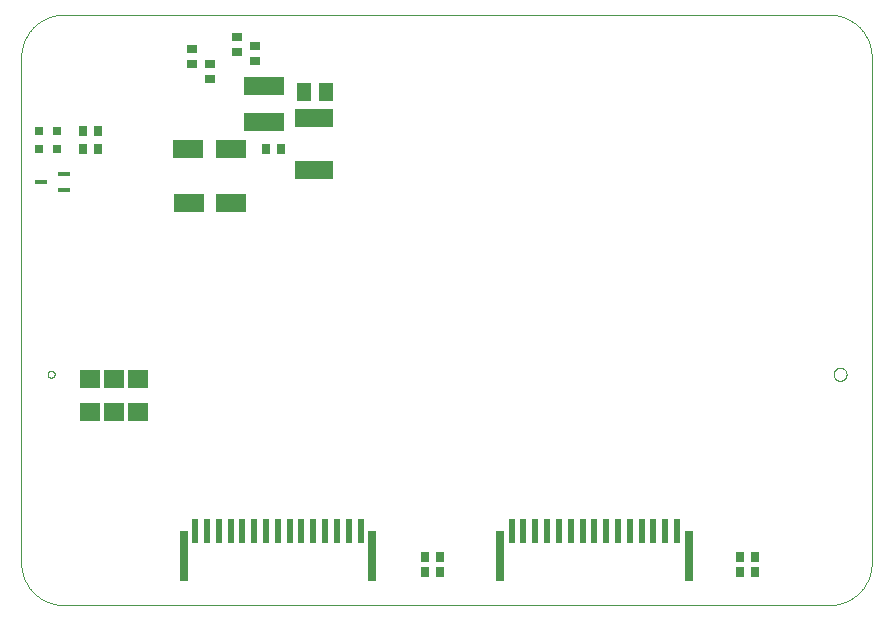
<source format=gtp>
G75*
%MOIN*%
%OFA0B0*%
%FSLAX25Y25*%
%IPPOS*%
%LPD*%
%AMOC8*
5,1,8,0,0,1.08239X$1,22.5*
%
%ADD10C,0.00000*%
%ADD11R,0.02400X0.07900*%
%ADD12R,0.02800X0.16500*%
%ADD13R,0.12992X0.06102*%
%ADD14R,0.03543X0.02756*%
%ADD15R,0.02756X0.03543*%
%ADD16R,0.03150X0.03150*%
%ADD17R,0.10236X0.06299*%
%ADD18R,0.07087X0.06299*%
%ADD19R,0.04400X0.01800*%
%ADD20R,0.05118X0.05906*%
%ADD21R,0.13780X0.05906*%
D10*
X0015673Y0001500D02*
X0270791Y0001500D01*
X0271133Y0001504D01*
X0271476Y0001517D01*
X0271818Y0001537D01*
X0272159Y0001566D01*
X0272499Y0001603D01*
X0272839Y0001649D01*
X0273177Y0001702D01*
X0273514Y0001764D01*
X0273849Y0001834D01*
X0274183Y0001912D01*
X0274514Y0001998D01*
X0274844Y0002092D01*
X0275171Y0002194D01*
X0275495Y0002303D01*
X0275817Y0002421D01*
X0276136Y0002546D01*
X0276451Y0002679D01*
X0276764Y0002820D01*
X0277072Y0002968D01*
X0277378Y0003123D01*
X0277679Y0003286D01*
X0277976Y0003456D01*
X0278269Y0003633D01*
X0278558Y0003818D01*
X0278842Y0004009D01*
X0279122Y0004207D01*
X0279396Y0004411D01*
X0279666Y0004623D01*
X0279930Y0004840D01*
X0280189Y0005064D01*
X0280443Y0005295D01*
X0280691Y0005531D01*
X0280933Y0005773D01*
X0281169Y0006021D01*
X0281400Y0006275D01*
X0281624Y0006534D01*
X0281841Y0006798D01*
X0282053Y0007068D01*
X0282257Y0007342D01*
X0282455Y0007622D01*
X0282646Y0007906D01*
X0282831Y0008195D01*
X0283008Y0008488D01*
X0283178Y0008785D01*
X0283341Y0009086D01*
X0283496Y0009392D01*
X0283644Y0009700D01*
X0283785Y0010013D01*
X0283918Y0010328D01*
X0284043Y0010647D01*
X0284161Y0010969D01*
X0284270Y0011293D01*
X0284372Y0011620D01*
X0284466Y0011950D01*
X0284552Y0012281D01*
X0284630Y0012615D01*
X0284700Y0012950D01*
X0284762Y0013287D01*
X0284815Y0013625D01*
X0284861Y0013965D01*
X0284898Y0014305D01*
X0284927Y0014646D01*
X0284947Y0014988D01*
X0284960Y0015331D01*
X0284964Y0015673D01*
X0284965Y0015673D02*
X0284965Y0184177D01*
X0284964Y0184177D02*
X0284960Y0184519D01*
X0284947Y0184862D01*
X0284927Y0185204D01*
X0284898Y0185545D01*
X0284861Y0185885D01*
X0284815Y0186225D01*
X0284762Y0186563D01*
X0284700Y0186900D01*
X0284630Y0187235D01*
X0284552Y0187569D01*
X0284466Y0187900D01*
X0284372Y0188230D01*
X0284270Y0188557D01*
X0284161Y0188881D01*
X0284043Y0189203D01*
X0283918Y0189522D01*
X0283785Y0189837D01*
X0283644Y0190150D01*
X0283496Y0190458D01*
X0283341Y0190764D01*
X0283178Y0191065D01*
X0283008Y0191362D01*
X0282831Y0191655D01*
X0282646Y0191944D01*
X0282455Y0192228D01*
X0282257Y0192508D01*
X0282053Y0192782D01*
X0281841Y0193052D01*
X0281624Y0193316D01*
X0281400Y0193575D01*
X0281169Y0193829D01*
X0280933Y0194077D01*
X0280691Y0194319D01*
X0280443Y0194555D01*
X0280189Y0194786D01*
X0279930Y0195010D01*
X0279666Y0195227D01*
X0279396Y0195439D01*
X0279122Y0195643D01*
X0278842Y0195841D01*
X0278558Y0196032D01*
X0278269Y0196217D01*
X0277976Y0196394D01*
X0277679Y0196564D01*
X0277378Y0196727D01*
X0277072Y0196882D01*
X0276764Y0197030D01*
X0276451Y0197171D01*
X0276136Y0197304D01*
X0275817Y0197429D01*
X0275495Y0197547D01*
X0275171Y0197656D01*
X0274844Y0197758D01*
X0274514Y0197852D01*
X0274183Y0197938D01*
X0273849Y0198016D01*
X0273514Y0198086D01*
X0273177Y0198148D01*
X0272839Y0198201D01*
X0272499Y0198247D01*
X0272159Y0198284D01*
X0271818Y0198313D01*
X0271476Y0198333D01*
X0271133Y0198346D01*
X0270791Y0198350D01*
X0015673Y0198350D01*
X0015331Y0198346D01*
X0014988Y0198333D01*
X0014646Y0198313D01*
X0014305Y0198284D01*
X0013965Y0198247D01*
X0013625Y0198201D01*
X0013287Y0198148D01*
X0012950Y0198086D01*
X0012615Y0198016D01*
X0012281Y0197938D01*
X0011950Y0197852D01*
X0011620Y0197758D01*
X0011293Y0197656D01*
X0010969Y0197547D01*
X0010647Y0197429D01*
X0010328Y0197304D01*
X0010013Y0197171D01*
X0009700Y0197030D01*
X0009392Y0196882D01*
X0009086Y0196727D01*
X0008785Y0196564D01*
X0008488Y0196394D01*
X0008195Y0196217D01*
X0007906Y0196032D01*
X0007622Y0195841D01*
X0007342Y0195643D01*
X0007068Y0195439D01*
X0006798Y0195227D01*
X0006534Y0195010D01*
X0006275Y0194786D01*
X0006021Y0194555D01*
X0005773Y0194319D01*
X0005531Y0194077D01*
X0005295Y0193829D01*
X0005064Y0193575D01*
X0004840Y0193316D01*
X0004623Y0193052D01*
X0004411Y0192782D01*
X0004207Y0192508D01*
X0004009Y0192228D01*
X0003818Y0191944D01*
X0003633Y0191655D01*
X0003456Y0191362D01*
X0003286Y0191065D01*
X0003123Y0190764D01*
X0002968Y0190458D01*
X0002820Y0190150D01*
X0002679Y0189837D01*
X0002546Y0189522D01*
X0002421Y0189203D01*
X0002303Y0188881D01*
X0002194Y0188557D01*
X0002092Y0188230D01*
X0001998Y0187900D01*
X0001912Y0187569D01*
X0001834Y0187235D01*
X0001764Y0186900D01*
X0001702Y0186563D01*
X0001649Y0186225D01*
X0001603Y0185885D01*
X0001566Y0185545D01*
X0001537Y0185204D01*
X0001517Y0184862D01*
X0001504Y0184519D01*
X0001500Y0184177D01*
X0001500Y0015673D01*
X0001504Y0015331D01*
X0001517Y0014988D01*
X0001537Y0014646D01*
X0001566Y0014305D01*
X0001603Y0013965D01*
X0001649Y0013625D01*
X0001702Y0013287D01*
X0001764Y0012950D01*
X0001834Y0012615D01*
X0001912Y0012281D01*
X0001998Y0011950D01*
X0002092Y0011620D01*
X0002194Y0011293D01*
X0002303Y0010969D01*
X0002421Y0010647D01*
X0002546Y0010328D01*
X0002679Y0010013D01*
X0002820Y0009700D01*
X0002968Y0009392D01*
X0003123Y0009086D01*
X0003286Y0008785D01*
X0003456Y0008488D01*
X0003633Y0008195D01*
X0003818Y0007906D01*
X0004009Y0007622D01*
X0004207Y0007342D01*
X0004411Y0007068D01*
X0004623Y0006798D01*
X0004840Y0006534D01*
X0005064Y0006275D01*
X0005295Y0006021D01*
X0005531Y0005773D01*
X0005773Y0005531D01*
X0006021Y0005295D01*
X0006275Y0005064D01*
X0006534Y0004840D01*
X0006798Y0004623D01*
X0007068Y0004411D01*
X0007342Y0004207D01*
X0007622Y0004009D01*
X0007906Y0003818D01*
X0008195Y0003633D01*
X0008488Y0003456D01*
X0008785Y0003286D01*
X0009086Y0003123D01*
X0009392Y0002968D01*
X0009700Y0002820D01*
X0010013Y0002679D01*
X0010328Y0002546D01*
X0010647Y0002421D01*
X0010969Y0002303D01*
X0011293Y0002194D01*
X0011620Y0002092D01*
X0011950Y0001998D01*
X0012281Y0001912D01*
X0012615Y0001834D01*
X0012950Y0001764D01*
X0013287Y0001702D01*
X0013625Y0001649D01*
X0013965Y0001603D01*
X0014305Y0001566D01*
X0014646Y0001537D01*
X0014988Y0001517D01*
X0015331Y0001504D01*
X0015673Y0001500D01*
X0010260Y0078500D02*
X0010262Y0078569D01*
X0010268Y0078637D01*
X0010278Y0078705D01*
X0010292Y0078772D01*
X0010310Y0078839D01*
X0010331Y0078904D01*
X0010357Y0078968D01*
X0010386Y0079030D01*
X0010418Y0079090D01*
X0010454Y0079149D01*
X0010494Y0079205D01*
X0010536Y0079259D01*
X0010582Y0079310D01*
X0010631Y0079359D01*
X0010682Y0079405D01*
X0010736Y0079447D01*
X0010792Y0079487D01*
X0010850Y0079523D01*
X0010911Y0079555D01*
X0010973Y0079584D01*
X0011037Y0079610D01*
X0011102Y0079631D01*
X0011169Y0079649D01*
X0011236Y0079663D01*
X0011304Y0079673D01*
X0011372Y0079679D01*
X0011441Y0079681D01*
X0011510Y0079679D01*
X0011578Y0079673D01*
X0011646Y0079663D01*
X0011713Y0079649D01*
X0011780Y0079631D01*
X0011845Y0079610D01*
X0011909Y0079584D01*
X0011971Y0079555D01*
X0012031Y0079523D01*
X0012090Y0079487D01*
X0012146Y0079447D01*
X0012200Y0079405D01*
X0012251Y0079359D01*
X0012300Y0079310D01*
X0012346Y0079259D01*
X0012388Y0079205D01*
X0012428Y0079149D01*
X0012464Y0079090D01*
X0012496Y0079030D01*
X0012525Y0078968D01*
X0012551Y0078904D01*
X0012572Y0078839D01*
X0012590Y0078772D01*
X0012604Y0078705D01*
X0012614Y0078637D01*
X0012620Y0078569D01*
X0012622Y0078500D01*
X0012620Y0078431D01*
X0012614Y0078363D01*
X0012604Y0078295D01*
X0012590Y0078228D01*
X0012572Y0078161D01*
X0012551Y0078096D01*
X0012525Y0078032D01*
X0012496Y0077970D01*
X0012464Y0077909D01*
X0012428Y0077851D01*
X0012388Y0077795D01*
X0012346Y0077741D01*
X0012300Y0077690D01*
X0012251Y0077641D01*
X0012200Y0077595D01*
X0012146Y0077553D01*
X0012090Y0077513D01*
X0012032Y0077477D01*
X0011971Y0077445D01*
X0011909Y0077416D01*
X0011845Y0077390D01*
X0011780Y0077369D01*
X0011713Y0077351D01*
X0011646Y0077337D01*
X0011578Y0077327D01*
X0011510Y0077321D01*
X0011441Y0077319D01*
X0011372Y0077321D01*
X0011304Y0077327D01*
X0011236Y0077337D01*
X0011169Y0077351D01*
X0011102Y0077369D01*
X0011037Y0077390D01*
X0010973Y0077416D01*
X0010911Y0077445D01*
X0010850Y0077477D01*
X0010792Y0077513D01*
X0010736Y0077553D01*
X0010682Y0077595D01*
X0010631Y0077641D01*
X0010582Y0077690D01*
X0010536Y0077741D01*
X0010494Y0077795D01*
X0010454Y0077851D01*
X0010418Y0077909D01*
X0010386Y0077970D01*
X0010357Y0078032D01*
X0010331Y0078096D01*
X0010310Y0078161D01*
X0010292Y0078228D01*
X0010278Y0078295D01*
X0010268Y0078363D01*
X0010262Y0078431D01*
X0010260Y0078500D01*
X0272268Y0078500D02*
X0272270Y0078593D01*
X0272276Y0078685D01*
X0272286Y0078777D01*
X0272300Y0078868D01*
X0272317Y0078959D01*
X0272339Y0079049D01*
X0272364Y0079138D01*
X0272393Y0079226D01*
X0272426Y0079312D01*
X0272463Y0079397D01*
X0272503Y0079481D01*
X0272547Y0079562D01*
X0272594Y0079642D01*
X0272644Y0079720D01*
X0272698Y0079795D01*
X0272755Y0079868D01*
X0272815Y0079938D01*
X0272878Y0080006D01*
X0272944Y0080071D01*
X0273012Y0080133D01*
X0273083Y0080193D01*
X0273157Y0080249D01*
X0273233Y0080302D01*
X0273311Y0080351D01*
X0273391Y0080398D01*
X0273473Y0080440D01*
X0273557Y0080480D01*
X0273642Y0080515D01*
X0273729Y0080547D01*
X0273817Y0080576D01*
X0273906Y0080600D01*
X0273996Y0080621D01*
X0274087Y0080637D01*
X0274179Y0080650D01*
X0274271Y0080659D01*
X0274364Y0080664D01*
X0274456Y0080665D01*
X0274549Y0080662D01*
X0274641Y0080655D01*
X0274733Y0080644D01*
X0274824Y0080629D01*
X0274915Y0080611D01*
X0275005Y0080588D01*
X0275093Y0080562D01*
X0275181Y0080532D01*
X0275267Y0080498D01*
X0275351Y0080461D01*
X0275434Y0080419D01*
X0275515Y0080375D01*
X0275595Y0080327D01*
X0275672Y0080276D01*
X0275746Y0080221D01*
X0275819Y0080163D01*
X0275889Y0080103D01*
X0275956Y0080039D01*
X0276020Y0079973D01*
X0276082Y0079903D01*
X0276140Y0079832D01*
X0276195Y0079758D01*
X0276247Y0079681D01*
X0276296Y0079602D01*
X0276342Y0079522D01*
X0276384Y0079439D01*
X0276422Y0079355D01*
X0276457Y0079269D01*
X0276488Y0079182D01*
X0276515Y0079094D01*
X0276538Y0079004D01*
X0276558Y0078914D01*
X0276574Y0078823D01*
X0276586Y0078731D01*
X0276594Y0078639D01*
X0276598Y0078546D01*
X0276598Y0078454D01*
X0276594Y0078361D01*
X0276586Y0078269D01*
X0276574Y0078177D01*
X0276558Y0078086D01*
X0276538Y0077996D01*
X0276515Y0077906D01*
X0276488Y0077818D01*
X0276457Y0077731D01*
X0276422Y0077645D01*
X0276384Y0077561D01*
X0276342Y0077478D01*
X0276296Y0077398D01*
X0276247Y0077319D01*
X0276195Y0077242D01*
X0276140Y0077168D01*
X0276082Y0077097D01*
X0276020Y0077027D01*
X0275956Y0076961D01*
X0275889Y0076897D01*
X0275819Y0076837D01*
X0275746Y0076779D01*
X0275672Y0076724D01*
X0275595Y0076673D01*
X0275516Y0076625D01*
X0275434Y0076581D01*
X0275351Y0076539D01*
X0275267Y0076502D01*
X0275181Y0076468D01*
X0275093Y0076438D01*
X0275005Y0076412D01*
X0274915Y0076389D01*
X0274824Y0076371D01*
X0274733Y0076356D01*
X0274641Y0076345D01*
X0274549Y0076338D01*
X0274456Y0076335D01*
X0274364Y0076336D01*
X0274271Y0076341D01*
X0274179Y0076350D01*
X0274087Y0076363D01*
X0273996Y0076379D01*
X0273906Y0076400D01*
X0273817Y0076424D01*
X0273729Y0076453D01*
X0273642Y0076485D01*
X0273557Y0076520D01*
X0273473Y0076560D01*
X0273391Y0076602D01*
X0273311Y0076649D01*
X0273233Y0076698D01*
X0273157Y0076751D01*
X0273083Y0076807D01*
X0273012Y0076867D01*
X0272944Y0076929D01*
X0272878Y0076994D01*
X0272815Y0077062D01*
X0272755Y0077132D01*
X0272698Y0077205D01*
X0272644Y0077280D01*
X0272594Y0077358D01*
X0272547Y0077438D01*
X0272503Y0077519D01*
X0272463Y0077603D01*
X0272426Y0077688D01*
X0272393Y0077774D01*
X0272364Y0077862D01*
X0272339Y0077951D01*
X0272317Y0078041D01*
X0272300Y0078132D01*
X0272286Y0078223D01*
X0272276Y0078315D01*
X0272270Y0078407D01*
X0272268Y0078500D01*
D11*
X0220100Y0026200D03*
X0216200Y0026200D03*
X0212200Y0026200D03*
X0208300Y0026200D03*
X0204300Y0026200D03*
X0200400Y0026200D03*
X0196500Y0026200D03*
X0192500Y0026200D03*
X0188600Y0026200D03*
X0184700Y0026200D03*
X0180700Y0026200D03*
X0176800Y0026200D03*
X0172800Y0026200D03*
X0168900Y0026200D03*
X0165000Y0026200D03*
X0114600Y0026200D03*
X0110700Y0026200D03*
X0106700Y0026200D03*
X0102800Y0026200D03*
X0098800Y0026200D03*
X0094900Y0026200D03*
X0091000Y0026200D03*
X0087000Y0026200D03*
X0083100Y0026200D03*
X0079200Y0026200D03*
X0075200Y0026200D03*
X0071300Y0026200D03*
X0067300Y0026200D03*
X0063400Y0026200D03*
X0059500Y0026200D03*
D12*
X0055600Y0017800D03*
X0118500Y0017800D03*
X0161100Y0017800D03*
X0224000Y0017800D03*
D13*
X0099200Y0146598D03*
X0099200Y0163802D03*
D14*
X0079500Y0182941D03*
X0073500Y0185941D03*
X0073500Y0191059D03*
X0079500Y0188059D03*
X0064500Y0182059D03*
X0058500Y0181941D03*
X0058500Y0187059D03*
X0064500Y0176941D03*
D15*
X0082941Y0153500D03*
X0088059Y0153500D03*
X0027059Y0153500D03*
X0021941Y0153500D03*
X0021941Y0159500D03*
X0027059Y0159500D03*
X0135941Y0017500D03*
X0135941Y0012500D03*
X0141059Y0012500D03*
X0141059Y0017500D03*
X0240941Y0017500D03*
X0246059Y0017500D03*
X0246059Y0012500D03*
X0240941Y0012500D03*
D16*
X0013453Y0153500D03*
X0007547Y0153500D03*
X0007547Y0159500D03*
X0013453Y0159500D03*
D17*
X0057213Y0153500D03*
X0071387Y0153500D03*
X0071437Y0135500D03*
X0057263Y0135500D03*
D18*
X0040500Y0077012D03*
X0032500Y0077012D03*
X0024500Y0077012D03*
X0024500Y0065988D03*
X0032500Y0065988D03*
X0040500Y0065988D03*
D19*
X0015700Y0139950D03*
X0015700Y0145150D03*
X0008100Y0142550D03*
D20*
X0095760Y0172500D03*
X0103240Y0172500D03*
D21*
X0082500Y0174504D03*
X0082500Y0162496D03*
M02*

</source>
